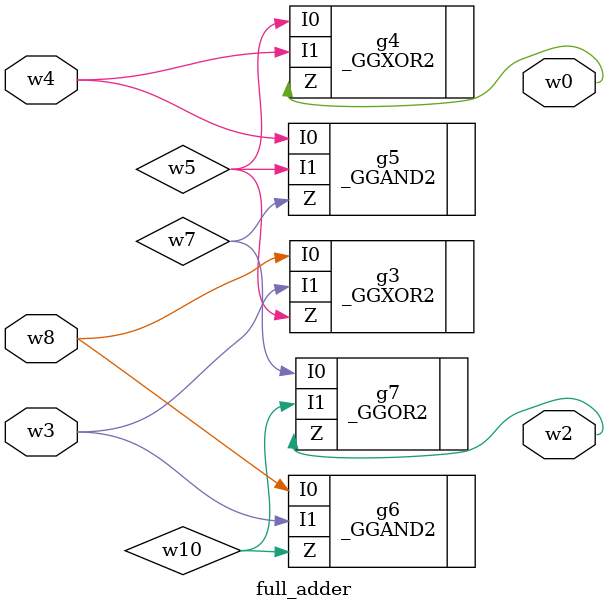
<source format=v>

`timescale 1ns/1ns



//: /symbolBegin: 94313857051640
//: /iconBegin normal 836 5 5
//: /data "#define defaultSymbol_width 29"
//: /data "#define defaultSymbol_height 29"
//: /data "static unsigned char defaultSymbol_bits[] = {"
//: /data "   0xff, 0xff, 0x07, 0x00, 0x01, 0x00, 0x18, 0x00, 0x01, 0x00, 0x60, 0x00,"
//: /data "   0x01, 0x00, 0x80, 0x00, 0x01, 0x00, 0x00, 0x01, 0x01, 0x00, 0x00, 0x02,"
//: /data "   0x01, 0x00, 0x00, 0x04, 0x01, 0x00, 0x00, 0x04, 0x01, 0x00, 0x00, 0x08,"
//: /data "   0x01, 0x00, 0x00, 0x08, 0x11, 0x39, 0x18, 0x10, 0x11, 0x49, 0x24, 0x10,"
//: /data "   0x11, 0x89, 0x04, 0x10, 0x11, 0x89, 0x18, 0x10, 0x11, 0x89, 0x20, 0x10,"
//: /data "   0x11, 0x49, 0x24, 0x10, 0xe1, 0x38, 0x18, 0x10, 0x01, 0x00, 0x00, 0x10,"
//: /data "   0x01, 0x00, 0x00, 0x10, 0x01, 0x00, 0x00, 0x08, 0x01, 0x00, 0x00, 0x08,"
//: /data "   0x01, 0x00, 0x00, 0x04, 0x01, 0x00, 0x00, 0x04, 0x01, 0x00, 0x00, 0x02,"
//: /data "   0x01, 0x00, 0x00, 0x01, 0x01, 0x00, 0x80, 0x00, 0x01, 0x00, 0x60, 0x00,"
//: /data "   0x01, 0x00, 0x18, 0x00, 0xff, 0xff, 0x07, 0x00};"
//: /iconEnd
//: /iconBegin select 800 5 5
//: /data "#define y_width 29"
//: /data "#define y_height 29"
//: /data "static unsigned char y_bits[] = {"
//: /data "   0xff, 0xff, 0x07, 0x00, 0xff, 0xff, 0x1f, 0x00, 0x03, 0x00, 0x78, 0x00,"
//: /data "   0x03, 0x00, 0xe0, 0x00, 0x03, 0x00, 0x80, 0x01, 0x03, 0x00, 0x00, 0x03,"
//: /data "   0x03, 0x00, 0x00, 0x06, 0x03, 0x00, 0x00, 0x06, 0x03, 0x00, 0x00, 0x0c,"
//: /data "   0x03, 0x00, 0x00, 0x0c, 0x33, 0x7b, 0x38, 0x18, 0x33, 0xdb, 0x6c, 0x18,"
//: /data "   0x33, 0x9b, 0x0d, 0x18, 0x33, 0x9b, 0x39, 0x18, 0x33, 0x9b, 0x61, 0x18,"
//: /data "   0x33, 0xdb, 0x6c, 0x18, 0xe3, 0x79, 0x38, 0x18, 0x03, 0x00, 0x00, 0x18,"
//: /data "   0x03, 0x00, 0x00, 0x18, 0x03, 0x00, 0x00, 0x0c, 0x03, 0x00, 0x00, 0x0c,"
//: /data "   0x03, 0x00, 0x00, 0x06, 0x03, 0x00, 0x00, 0x06, 0x03, 0x00, 0x00, 0x03,"
//: /data "   0x03, 0x00, 0x80, 0x01, 0x03, 0x00, 0xe0, 0x00, 0x03, 0x00, 0x78, 0x00,"
//: /data "   0xff, 0xff, 0x1f, 0x00, 0xff, 0xff, 0x07, 0x00};"
//: /iconEnd
//: /port output w4 @(34, 14) /r:0
//: /port output w5 @(34, 24) /r:0
//: /port input w0 @(4, 14) /r:2
//: /port input w1 @(4, 24) /r:2
//: /symbolEnd

//: /symbolBegin: 94313854140776
//: /iconBegin normal 836 5 5
//: /data "#define defaultSymbol_width 29"
//: /data "#define defaultSymbol_height 29"
//: /data "static unsigned char defaultSymbol_bits[] = {"
//: /data "   0xff, 0xff, 0x07, 0x00, 0x01, 0x00, 0x18, 0x00, 0x01, 0x00, 0x60, 0x00,"
//: /data "   0x01, 0x00, 0x80, 0x00, 0x01, 0x00, 0x00, 0x01, 0x01, 0x00, 0x00, 0x02,"
//: /data "   0x01, 0x00, 0x00, 0x04, 0x01, 0x00, 0x00, 0x04, 0x01, 0x00, 0x00, 0x08,"
//: /data "   0x01, 0x00, 0x00, 0x08, 0x11, 0x39, 0x18, 0x10, 0x11, 0x49, 0x24, 0x10,"
//: /data "   0x11, 0x89, 0x04, 0x10, 0x11, 0x89, 0x18, 0x10, 0x11, 0x89, 0x20, 0x10,"
//: /data "   0x11, 0x49, 0x24, 0x10, 0xe1, 0x38, 0x18, 0x10, 0x01, 0x00, 0x00, 0x10,"
//: /data "   0x01, 0x00, 0x00, 0x10, 0x01, 0x00, 0x00, 0x08, 0x01, 0x00, 0x00, 0x08,"
//: /data "   0x01, 0x00, 0x00, 0x04, 0x01, 0x00, 0x00, 0x04, 0x01, 0x00, 0x00, 0x02,"
//: /data "   0x01, 0x00, 0x00, 0x01, 0x01, 0x00, 0x80, 0x00, 0x01, 0x00, 0x60, 0x00,"
//: /data "   0x01, 0x00, 0x18, 0x00, 0xff, 0xff, 0x07, 0x00};"
//: /iconEnd
//: /iconBegin select 800 5 5
//: /data "#define y_width 29"
//: /data "#define y_height 29"
//: /data "static unsigned char y_bits[] = {"
//: /data "   0xff, 0xff, 0x07, 0x00, 0xff, 0xff, 0x1f, 0x00, 0x03, 0x00, 0x78, 0x00,"
//: /data "   0x03, 0x00, 0xe0, 0x00, 0x03, 0x00, 0x80, 0x01, 0x03, 0x00, 0x00, 0x03,"
//: /data "   0x03, 0x00, 0x00, 0x06, 0x03, 0x00, 0x00, 0x06, 0x03, 0x00, 0x00, 0x0c,"
//: /data "   0x03, 0x00, 0x00, 0x0c, 0x33, 0x7b, 0x38, 0x18, 0x33, 0xdb, 0x6c, 0x18,"
//: /data "   0x33, 0x9b, 0x0d, 0x18, 0x33, 0x9b, 0x39, 0x18, 0x33, 0x9b, 0x61, 0x18,"
//: /data "   0x33, 0xdb, 0x6c, 0x18, 0xe3, 0x79, 0x38, 0x18, 0x03, 0x00, 0x00, 0x18,"
//: /data "   0x03, 0x00, 0x00, 0x18, 0x03, 0x00, 0x00, 0x0c, 0x03, 0x00, 0x00, 0x0c,"
//: /data "   0x03, 0x00, 0x00, 0x06, 0x03, 0x00, 0x00, 0x06, 0x03, 0x00, 0x00, 0x03,"
//: /data "   0x03, 0x00, 0x80, 0x01, 0x03, 0x00, 0xe0, 0x00, 0x03, 0x00, 0x78, 0x00,"
//: /data "   0xff, 0xff, 0x1f, 0x00, 0xff, 0xff, 0x07, 0x00};"
//: /iconEnd
//: /port output w0 @(34, 14) /r:0
//: /port output w2 @(34, 24) /r:0
//: /port input w3 @(4, 12) /r:2
//: /port input w4 @(4, 19) /r:2
//: /port input w8 @(4, 26) /r:2
//: /symbolEnd
//: /netlistBegin main
module main;    //: root_module
reg w13;    //: /sn:0 {0}(426,475)(426,438)(542,438){1}
reg w6;    //: /sn:0 {0}(128,187)(128,136)(158,136){1}
//: {2}(160,134)(160,82){3}
//: {4}(160,138)(160,148)(386,148)(386,189){5}
reg w7;    //: /sn:0 {0}(122,187)(122,163)(117,163)(117,153){1}
//: {2}(119,151)(380,151)(380,189){3}
//: {4}(115,151)(65,151)(65,88){5}
supply0 w50;    //: /sn:0 {0}(171,867)(171,854)(176,854)(176,851){1}
reg w4;    //: /sn:0 {0}(282,210)(282,135)(326,135){1}
//: {2}(330,135)(494,135)(494,172){3}
//: {4}(328,133)(328,83){5}
reg w3;    //: /sn:0 {0}(134,187)(134,121)(286,121){1}
//: {2}(290,121)(517,121)(517,84){3}
//: {4}(288,123)(288,210){5}
reg w0;    //: /sn:0 {0}(398,189)(398,150)(505,150){1}
//: {2}(509,150)(767,150)(767,78){3}
//: {4}(507,152)(507,154)(506,154)(506,172){5}
reg w1;    //: /sn:0 {0}(392,189)(392,143)(499,143){1}
//: {2}(503,143)(685,143)(685,79){3}
//: {4}(501,145)(501,150)(500,150)(500,172){5}
supply0 w49;    //: /sn:0 {0}(394,636)(394,780){1}
reg w14;    //: /sn:0 {0}(540,375)(410,375)(410,475){1}
reg w2;    //: /sn:0 {0}(140,187)(140,127)(292,127){1}
//: {2}(296,127)(598,127)(598,83){3}
//: {4}(294,129)(294,210){5}
reg w15;    //: /sn:0 {0}(192,520)(208,520)(208,690){1}
reg w5;    //: /sn:0 {0}(276,210)(276,151)(275,151)(275,141){1}
//: {2}(277,139)(488,139)(488,172){3}
//: {4}(273,139)(242,139)(242,83){5}
wire w59;    //: /sn:0 {0}(122,217)(122,648)(160,648)(160,690){1}
wire w39;    //: /sn:0 {0}(338,435)(338,460)(362,460)(362,475){1}
wire w22;    //: /sn:0 {0}(128,217)(128,638)(176,638)(176,690){1}
wire w36;    //: /sn:0 {0}(752,333)(636,333)(636,650)(458,650)(458,636){1}
wire w71;    //: /sn:0 {0}(494,202)(494,425)(458,425)(458,475){1}
wire w30;    //: /sn:0 {0}(240,690)(240,667)(426,667)(426,636){1}
wire w29;    //: /sn:0 {0}(224,690)(224,658)(410,658)(410,636){1}
wire w12;    //: /sn:0 {0}(192,690)(192,593)(306,593)(306,435){1}
wire w19;    //: /sn:0 {0}(322,274)(322,229)(380,229)(380,219){1}
wire w18;    //: /sn:0 {0}(338,274)(338,234)(386,234)(386,219){1}
wire w54;    //: /sn:0 {0}(282,240)(282,261)(274,261)(274,274){1}
wire w70;    //: /sn:0 {0}(488,202)(488,398)(442,398)(442,475){1}
wire w31;    //: /sn:0 {0}(753,377)(663,377)(663,678)(442,678)(442,636){1}
wire w32;    //: /sn:0 {0}(398,219)(398,256)(370,256)(370,274){1}
wire w53;    //: /sn:0 {0}(288,240)(288,265)(290,265)(290,274){1}
wire w46;    //: /sn:0 {0}(208,851)(208,870)(720,870)(720,533)(760,533){1}
wire w8;    //: /sn:0 {0}(506,202)(506,245)(749,245){1}
wire w52;    //: /sn:0 {0}(294,240)(294,262)(306,262)(306,274){1}
wire w27;    //: /sn:0 {0}(258,274)(258,255)(276,255)(276,240){1}
wire w17;    //: /sn:0 {0}(354,274)(354,247)(392,247)(392,219){1}
wire w35;    //: /sn:0 {0}(134,217)(134,675)(128,675)(128,690){1}
wire w45;    //: /sn:0 {0}(760,579)(732,579)(732,876)(192,876)(192,851){1}
wire w48;    //: /sn:0 {0}(240,851)(240,857)(693,857)(693,438)(758,438){1}
wire w41;    //: /sn:0 {0}(394,475)(394,450)(370,450)(370,435){1}
wire w47;    //: /sn:0 {0}(224,851)(224,863)(707,863)(707,489)(758,489){1}
wire w61;    //: /sn:0 {0}(140,217)(140,664)(144,664)(144,690){1}
wire w38;    //: /sn:0 {0}(322,435)(322,465)(346,465)(346,475){1}
wire w9;    //: /sn:0 {0}(500,202)(500,291)(753,291){1}
wire w40;    //: /sn:0 {0}(354,435)(354,456)(378,456)(378,475){1}
//: enddecls

  two_bit_v_multiplier g8 (.w8(w8), .w9(w9), .w12(w71), .w14(w70), .w0(w0), .w1(w1), .w4(w4), .w5(w5));   //: @(497, 187) /symbol:94313875049816 /sn:0 /w:[ 0 0 0 0 5 5 3 3 ]
  //: SWITCH g4 (w4) @(328,70) /sn:0 /R:3 /w:[ 5 ] /st:0 /dn:1
  //: joint g16 (w7) @(117, 151) /w:[ 2 -1 4 1 ]
  //: SWITCH g3 (w3) @(517,71) /sn:0 /R:3 /w:[ 3 ] /st:0 /dn:1
  //: joint g17 (w6) @(160, 136) /w:[ -1 2 1 4 ]
  //: GROUND g26 (w50) @(171,873) /sn:0 /w:[ 0 ]
  //: SWITCH g2 (w2) @(598,70) /sn:0 /R:3 /w:[ 3 ] /st:1 /dn:1
  //: LED g30 (w31) @(760,377) /sn:0 /R:3 /w:[ 0 ] /type:0
  //: SWITCH g23 (w14) @(558,375) /sn:0 /R:2 /w:[ 0 ] /st:0 /dn:1
  ripple_carry_adder g24 (.w0(w30), .w1(w29), .w2(w15), .w3(w12), .w4(w22), .w5(w59), .w6(w61), .w7(w35), .w10(w48), .w11(w47), .w12(w46), .w15(w45), .w16(w50));   //: @(112, 691) /sz:(144, 159) /R:3 /sn:0 /p:[ Ti0>0 Ti1>0 Ti2>1 Ti3>0 Ti4>1 Ti5>1 Ti6>1 Ti7>1 Bo0<0 Bo1<0 Bo2<0 Bo3<1 Bo4<1 ]
  //: SWITCH g1 (w1) @(685,66) /sn:0 /R:3 /w:[ 3 ] /st:1 /dn:1
  //: LED g29 (w9) @(760,291) /sn:0 /R:3 /w:[ 1 ] /type:0
  //: joint g18 (w3) @(288, 121) /w:[ 2 -1 1 4 ]
  two_bit_v_multiplier g10 (.w8(w52), .w9(w53), .w12(w54), .w14(w27), .w0(w2), .w1(w3), .w4(w4), .w5(w5));   //: @(285, 225) /symbol:94313875049816 /sn:0 /w:[ 0 0 0 1 5 5 0 0 ]
  //: GROUND g25 (w49) @(394,786) /sn:0 /w:[ 1 ]
  //: SWITCH g6 (w6) @(160,69) /sn:0 /R:3 /w:[ 3 ] /st:0 /dn:1
  two_bit_v_multiplier g9 (.w8(w32), .w9(w17), .w12(w18), .w14(w19), .w0(w0), .w1(w1), .w4(w6), .w5(w7));   //: @(389, 204) /symbol:94313875049816 /sn:0 /w:[ 0 1 1 1 0 0 5 3 ]
  //: LED g35 (w48) @(765,438) /sn:0 /R:3 /w:[ 1 ] /type:0
  //: SWITCH g7 (w7) @(65,75) /sn:0 /R:3 /w:[ 5 ] /st:1 /dn:1
  //: LED g31 (w36) @(759,333) /sn:0 /R:3 /w:[ 0 ] /type:0
  ripple_carry_adder g22 (.w0(w32), .w1(w17), .w2(w18), .w3(w19), .w4(w52), .w5(w53), .w6(w54), .w7(w27), .w10(w41), .w11(w40), .w12(w39), .w15(w38), .w16(w12));   //: @(242, 275) /sz:(144, 159) /R:3 /sn:0 /p:[ Ti0>1 Ti1>0 Ti2>0 Ti3>0 Ti4>1 Ti5>1 Ti6>1 Ti7>0 Bo0<1 Bo1<0 Bo2<0 Bo3<0 Bo4<1 ]
  //: LED g33 (w47) @(765,489) /sn:0 /R:3 /w:[ 1 ] /type:0
  //: joint g12 (w0) @(507, 150) /w:[ 2 -1 1 4 ]
  //: LED g34 (w46) @(767,533) /sn:0 /R:3 /w:[ 1 ] /type:0
  //: LED g28 (w8) @(756,245) /sn:0 /R:3 /w:[ 1 ] /type:0
  //: joint g14 (w4) @(328, 135) /w:[ 2 4 1 -1 ]
  two_bit_v_multiplier g11 (.w8(w61), .w9(w35), .w12(w22), .w14(w59), .w0(w2), .w1(w3), .w4(w6), .w5(w7));   //: @(131, 202) /symbol:94313875049816 /sn:0 /w:[ 0 0 0 0 0 0 0 0 ]
  //: SWITCH g5 (w5) @(242,70) /sn:0 /R:3 /w:[ 5 ] /st:1 /dn:1
  //: joint g19 (w2) @(294, 127) /w:[ 2 -1 1 4 ]
  ripple_carry_adder g21 (.w0(w71), .w1(w70), .w2(w13), .w3(w14), .w4(w41), .w5(w40), .w6(w39), .w7(w38), .w10(w36), .w11(w31), .w12(w30), .w15(w29), .w16(w49));   //: @(330, 476) /sz:(144, 159) /R:3 /sn:0 /p:[ Ti0>1 Ti1>1 Ti2>0 Ti3>1 Ti4>0 Ti5>1 Ti6>1 Ti7>1 Bo0<1 Bo1<1 Bo2<1 Bo3<1 Bo4<0 ]
  //: LED g32 (w45) @(767,579) /sn:0 /R:3 /w:[ 0 ] /type:0
  //: SWITCH g20 (w13) @(560,438) /sn:0 /R:2 /w:[ 1 ] /st:0 /dn:1
  //: joint g15 (w5) @(275, 139) /w:[ 2 -1 4 1 ]
  //: SWITCH g0 (w0) @(767,65) /sn:0 /R:3 /w:[ 3 ] /st:0 /dn:1
  //: SWITCH g27 (w15) @(175,520) /sn:0 /w:[ 0 ] /st:0 /dn:1
  //: joint g13 (w1) @(501, 143) /w:[ 2 -1 1 4 ]

endmodule
//: /netlistEnd

//: /netlistBegin half_adder
module half_adder(w5, w4, w1, w0);
//: /symbol:94313857051640
//: interface  /sz:(40, 40) /bd:[ ] /pd: 0 /pi: 0 /pe: 1 /pp: 1
output w4;    //: /sn:0 {0}(349,288)(349,352){1}
input w0;    //: /sn:0 {0}(346,162)(346,189){1}
//: {2}(348,191)(358,191)(358,238)(352,238)(352,267){3}
//: {4}(344,191)(251,191)(251,253){5}
input w1;    //: /sn:0 {0}(254,169)(254,179)(275,179)(275,227){1}
//: {2}(277,229)(347,229)(347,267){3}
//: {4}(273,229)(246,229)(246,253){5}
output w5;    //: /sn:0 {0}(248,274)(248,351){1}
//: enddecls

  //: joint g4 (w1) @(275, 229) /w:[ 2 1 4 -1 ]
  //: OUT g3 (w5) @(248,348) /sn:0 /R:3 /w:[ 1 ]
  //: OUT g2 (w4) @(349,349) /sn:0 /R:3 /w:[ 1 ]
  //: IN g1 (w1) @(254,167) /sn:0 /R:3 /w:[ 0 ]
  _GGXOR2 #(8) g6 (.I0(w0), .I1(w1), .Z(w4));   //: @(349,278) /sn:0 /R:3 /w:[ 3 3 0 ]
  //: joint g7 (w0) @(346, 191) /w:[ 2 1 4 -1 ]
  _GGAND2 #(6) g5 (.I0(w0), .I1(w1), .Z(w5));   //: @(248,264) /sn:0 /R:3 /w:[ 5 5 0 ]
  //: IN g0 (w0) @(346,160) /sn:0 /R:3 /w:[ 0 ]

endmodule
//: /netlistEnd

//: /netlistBegin ripple_carry_adder
module ripple_carry_adder(w4, w15, w3, w16, w2, w1, w6, w7, w11, w5, w12, w0, w10);
//: interface  /sz:(159, 144) /bd:[ Li0>w7(128/144) Li1>w6(112/144) Li2>w5(96/144) Li3>w4(80/144) Li4>w3(64/144) Li5>w2(48/144) Li6>w1(32/144) Li7>w0(16/144) Ro0<w16(80/144) Ro1<w15(64/144) Ro2<w12(48/144) Ro3<w11(32/144) Ro4<w10(16/144) ] /pd: 0 /pi: 0 /pe: 1 /pp: 1
output w16;    //: /sn:0 {0}(162,400)(162,300)(191,300)(191,285){1}
input w6;    //: /sn:0 {0}(277,62)(277,136)(407,136)(407,254){1}
input w7;    //: /sn:0 {0}(540,211)(540,171)(514,171)(514,91)(308,91)(308,84){1}
input w4;    //: /sn:0 {0}(171,63)(171,240)(189,240)(189,255){1}
input w0;    //: /sn:0 {0}(547,211)(547,174)(578,174)(578,103)(586,103)(586,96)(628,96)(628,82){1}
input w3;    //: /sn:0 {0}(491,61)(491,197)(196,197)(196,255){1}
output w12;    //: /sn:0 {0}(314,436)(314,353)(312,353)(312,338){1}
output w10;    //: /sn:0 {0}(564,384)(564,256)(552,256)(552,241){1}
input w1;    //: /sn:0 {0}(597,60)(597,133)(414,133)(414,254){1}
supply0 w28;    //: /sn:0 {0}(658,218)(658,196)(554,196)(554,211){1}
output w11;    //: /sn:0 {0}(411,417)(411,299)(419,299)(419,284){1}
input w2;    //: /sn:0 {0}(539,69)(539,160)(307,160)(307,308){1}
output w15;    //: /sn:0 {0}(201,285)(201,388)(205,388)(205,403){1}
input w5;    //: /sn:0 {0}(219,71)(219,162)(300,162)(300,308){1}
wire w19;    //: /sn:0 {0}(302,338)(302,348)(283,348)(283,240)(203,240)(203,255){1}
wire w14;    //: /sn:0 {0}(409,284)(409,293)(314,293)(314,308){1}
wire w9;    //: /sn:0 {0}(542,241)(542,251)(527,251)(527,239)(421,239)(421,254){1}
//: enddecls

  full_adder g8 (.w0(w10), .w2(w9), .w3(w28), .w4(w0), .w8(w7));   //: @(547, 226) /symbol:94313854140776 /sn:0 /w:[ 1 0 1 0 0 ]
  //: IN g4 (w4) @(171,61) /sn:0 /R:3 /w:[ 0 ]
  //: OUT g16 (w15) @(205,400) /sn:0 /R:3 /w:[ 1 ]
  //: IN g3 (w3) @(491,59) /sn:0 /R:3 /w:[ 0 ]
  //: OUT g17 (w16) @(162,397) /sn:0 /R:3 /w:[ 0 ]
  //: IN g2 (w2) @(539,67) /sn:0 /R:3 /w:[ 0 ]
  //: IN g1 (w1) @(597,58) /sn:0 /R:3 /w:[ 0 ]
  full_adder g10 (.w0(w12), .w2(w19), .w3(w14), .w4(w2), .w8(w5));   //: @(307, 323) /symbol:94313854140776 /sn:0 /w:[ 1 0 1 1 1 ]
  //: IN g6 (w6) @(277,60) /sn:0 /R:3 /w:[ 0 ]
  full_adder g9 (.w0(w11), .w2(w14), .w3(w9), .w4(w1), .w8(w6));   //: @(414, 269) /symbol:94313854140776 /sn:0 /w:[ 1 0 1 1 1 ]
  //: IN g7 (w7) @(308,82) /sn:0 /R:3 /w:[ 1 ]
  //: GROUND g12 (w28) @(658,224) /sn:0 /w:[ 0 ]
  //: OUT g14 (w11) @(411,414) /sn:0 /R:3 /w:[ 0 ]
  full_adder g11 (.w0(w15), .w2(w16), .w3(w19), .w4(w3), .w8(w4));   //: @(196, 270) /symbol:94313854140776 /sn:0 /w:[ 0 1 1 1 1 ]
  //: IN g5 (w5) @(219,69) /sn:0 /R:3 /w:[ 0 ]
  //: OUT g15 (w12) @(314,433) /sn:0 /R:3 /w:[ 0 ]
  //: IN g0 (w0) @(628,80) /sn:0 /R:3 /w:[ 1 ]
  //: OUT g13 (w10) @(564,381) /sn:0 /R:3 /w:[ 0 ]

endmodule
//: /netlistEnd

//: /netlistBegin two_bit_v_multiplier
module two_bit_v_multiplier(w5, w12, w14, w4, w1, w8, w0, w9);
//: /symbol:94313875049816
//: interface  /sz:(0, 0) /bd:[ ] /pd: 0 /pi: 0 /pe: 1 /pp: 1
input w4;    //: /sn:0 {0}(492,334)(492,323)(305,323)(305,258){1}
//: {2}(305,254)(305,125){3}
//: {4}(303,256)(296,256)(296,377){5}
input w0;    //: /sn:0 {0}(450,120)(450,196)(449,196)(449,265){1}
//: {2}(451,267)(497,267)(497,334){3}
//: {4}(447,267)(411,267)(411,379){5}
output w12;    //: /sn:0 {0}(378,576)(378,482)(357,482)(357,467){1}
input w1;    //: /sn:0 {0}(398,122)(398,290){1}
//: {2}(396,292)(301,292)(301,377){3}
//: {4}(398,294)(398,330)(228,330)(228,337){5}
output w8;    //: /sn:0 {0}(240,515)(240,565)(236,565)(236,575){1}
output w14;    //: /sn:0 {0}(510,537)(510,370)(494,370)(494,355){1}
input w5;    //: /sn:0 {0}(223,337)(223,272)(254,272)(254,253){1}
//: {2}(256,251)(406,251)(406,379){3}
//: {4}(254,249)(254,124){5}
output w9;    //: /sn:0 {0}(250,515)(250,567)(276,567)(276,582){1}
wire w13;    //: /sn:0 {0}(240,485)(240,373)(225,373)(225,358){1}
wire w3;    //: /sn:0 {0}(250,485)(250,477)(347,477)(347,467){1}
wire w11;    //: /sn:0 {0}(298,398)(298,422)(347,422)(347,437){1}
wire w15;    //: /sn:0 {0}(408,400)(408,422)(357,422)(357,437){1}
//: enddecls

  _GGAND2 #(6) g4 (.I0(w0), .I1(w4), .Z(w14));   //: @(494,345) /sn:0 /R:3 /w:[ 3 0 1 ]
  //: joint g8 (w1) @(398, 292) /w:[ -1 1 2 4 ]
  //: IN g3 (w5) @(254,122) /sn:0 /R:3 /w:[ 5 ]
  //: OUT g16 (w12) @(378,573) /sn:0 /R:3 /w:[ 0 ]
  //: OUT g17 (w14) @(510,534) /sn:0 /R:3 /w:[ 0 ]
  //: IN g2 (w4) @(305,123) /sn:0 /R:3 /w:[ 3 ]
  //: IN g1 (w1) @(398,120) /sn:0 /R:3 /w:[ 0 ]
  _GGAND2 #(6) g10 (.I0(w1), .I1(w4), .Z(w11));   //: @(298,388) /sn:0 /R:3 /w:[ 3 5 0 ]
  //: joint g6 (w4) @(305, 256) /w:[ -1 2 4 1 ]
  _GGAND2 #(6) g7 (.I0(w1), .I1(w5), .Z(w13));   //: @(225,348) /sn:0 /R:3 /w:[ 5 0 1 ]
  //: joint g9 (w5) @(254, 251) /w:[ 2 4 -1 1 ]
  half_adder g12 (.w4(w12), .w5(w3), .w0(w15), .w1(w11));   //: @(352, 452) /symbol:94313857051640 /sn:0 /w:[ 1 1 1 1 ]
  _GGAND2 #(6) g11 (.I0(w0), .I1(w5), .Z(w15));   //: @(408,390) /sn:0 /R:3 /w:[ 5 3 0 ]
  //: joint g5 (w0) @(449, 267) /w:[ 2 1 4 -1 ]
  //: OUT g14 (w8) @(236,572) /sn:0 /R:3 /w:[ 1 ]
  //: IN g0 (w0) @(450,118) /sn:0 /R:3 /w:[ 0 ]
  //: OUT g15 (w9) @(276,579) /sn:0 /R:3 /w:[ 1 ]
  half_adder g13 (.w4(w9), .w5(w8), .w0(w3), .w1(w13));   //: @(245, 500) /symbol:94313857051640 /sn:0 /w:[ 0 0 0 0 ]

endmodule
//: /netlistEnd

//: /netlistBegin full_adder
module full_adder(w0, w2, w8, w3, w4);
//: /symbol:94313854140776
//: interface  /sz:(40, 40) /bd:[ ] /pd: 0 /pi: 0 /pe: 1 /pp: 1
input w4;    //: /sn:0 {0}(345,302)(345,288)(324,288){1}
//: {2}(322,286)(322,177)(256,177)(256,72){3}
//: {4}(320,288)(284,288)(284,300){5}
output w0;    //: /sn:0 {0}(347,323)(347,343)(381,343)(381,366){1}
input w3;    //: /sn:0 {0}(362,80)(362,185)(359,185)(359,213){1}
//: {2}(357,215)(234,215)(234,301){3}
//: {4}(359,217)(359,237)(380,237)(380,248){5}
input w8;    //: /sn:0 {0}(419,71)(419,226)(408,226){1}
//: {2}(404,226)(239,226)(239,301){3}
//: {4}(406,228)(406,237)(385,237)(385,248){5}
output w2;    //: /sn:0 {0}(215,457)(215,411)(258,411)(258,376){1}
wire w7;    //: /sn:0 {0}(261,355)(261,336)(281,336)(281,321){1}
wire w10;    //: /sn:0 {0}(256,355)(256,337)(236,337)(236,322){1}
wire w5;    //: /sn:0 {0}(382,269)(382,273){1}
//: {2}(382,277)(382,289)(350,289)(350,302){3}
//: {4}(380,275)(279,275)(279,300){5}
//: enddecls

  _GGXOR2 #(8) g4 (.I0(w5), .I1(w4), .Z(w0));   //: @(347,313) /sn:0 /R:3 /w:[ 3 0 0 ]
  //: joint g8 (w4) @(322, 288) /w:[ 1 2 4 -1 ]
  _GGXOR2 #(8) g3 (.I0(w8), .I1(w3), .Z(w5));   //: @(382,259) /sn:0 /R:3 /w:[ 5 5 0 ]
  //: comment g16 @(331,54) /sn:0
  //: /line:"  B"
  //: /end
  //: comment g17 @(356,392) /sn:0
  //: /line:"SUM"
  //: /end
  //: joint g2 (w3) @(359, 215) /w:[ -1 1 2 4 ]
  //: OUT g1 (w0) @(381,363) /sn:0 /R:3 /w:[ 1 ]
  //: comment g18 @(239,469) /sn:0
  //: /line:"C OUT"
  //: /end
  _GGAND2 #(6) g6 (.I0(w8), .I1(w3), .Z(w10));   //: @(236,312) /sn:0 /R:3 /w:[ 3 3 1 ]
  _GGOR2 #(6) g7 (.I0(w7), .I1(w10), .Z(w2));   //: @(258,366) /sn:0 /R:3 /w:[ 0 0 1 ]
  //: joint g9 (w5) @(382, 275) /w:[ 2 -1 1 4 ]
  //: OUT g11 (w2) @(215,454) /sn:0 /R:3 /w:[ 0 ]
  _GGAND2 #(6) g5 (.I0(w4), .I1(w5), .Z(w7));   //: @(281,311) /sn:0 /R:3 /w:[ 5 5 1 ]
  //: comment g14 @(203,95) /sn:0
  //: /line:"C IN"
  //: /end
  //: IN g21 (w8) @(419,69) /sn:0 /R:3 /w:[ 0 ]
  //: IN g19 (w3) @(362,78) /sn:0 /R:3 /w:[ 0 ]
  //: IN g20 (w4) @(256,70) /sn:0 /R:3 /w:[ 3 ]
  //: joint g0 (w8) @(406, 226) /w:[ 1 -1 2 4 ]
  //: comment g15 @(443,34) /sn:0
  //: /line:"  A"
  //: /end

endmodule
//: /netlistEnd


</source>
